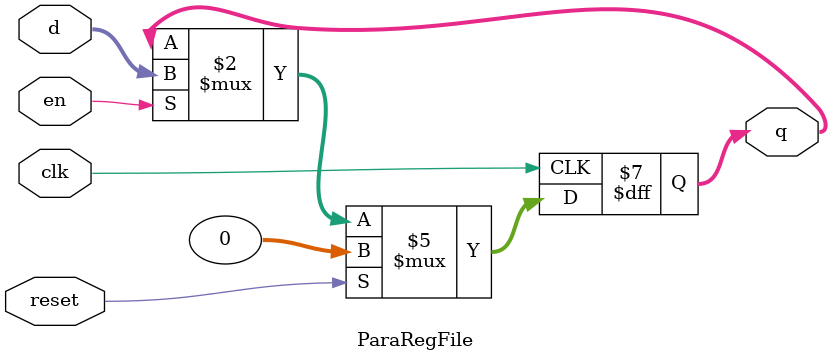
<source format=v>
`timescale 1ns / 1ps
module ParaRegFile #(parameter WIDTH = 32) (
  input       clk, 
  input       en,
  input       reset,
  input       [WIDTH-1:0]  d, 
  output reg  [WIDTH-1:0]  q
  );
  always @(posedge clk)
    if      (reset) q <= 0;
    else if (en)    q <= d;
endmodule

</source>
